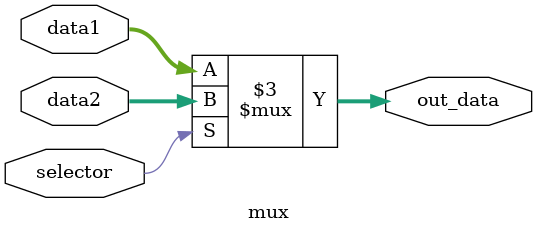
<source format=v>
module mux #(parameter width = 32)(
    input wire [width-1 : 0] data1, data2,
    input wire selector,   

    output reg [width-1 : 0] out_data
    );

always @(*)
begin 
  if (selector) begin
      out_data <= data2;
  end else 
      out_data <= data1; 
end
endmodule		
</source>
